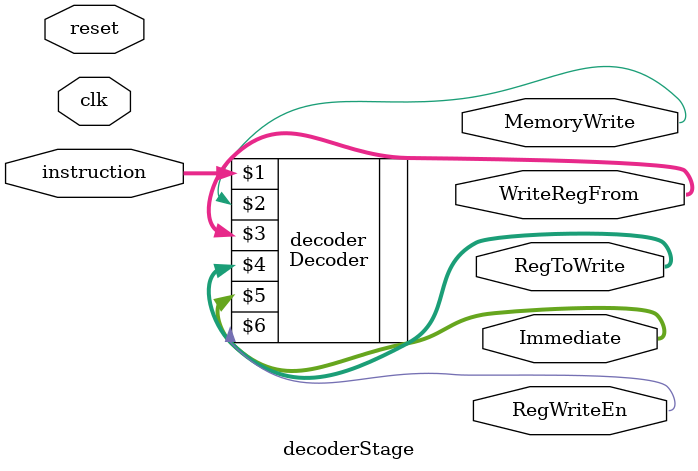
<source format=sv>
module decoderStage #(
    parameter registerSize = 8,
    parameter registerQuantity = 4,
    parameter selectionBits = 2, // 3 for 8 registers, 2 for 4 registers, and so on
    parameter vectorSize = 4) 
(
    input clk, reset,
    input [15:0] instruction,
    output MemoryWrite,
    output [1:0] WriteRegFrom,
    output [3:0] RegToWrite,
    output [7:0] Immediate,
    output RegWriteEn
);
	
	Decoder decoder(instruction, MemoryWrite, WriteRegFrom, RegToWrite, Immediate, RegWriteEn);
	
	// FALTA Agregar registros*******************************

endmodule	
</source>
